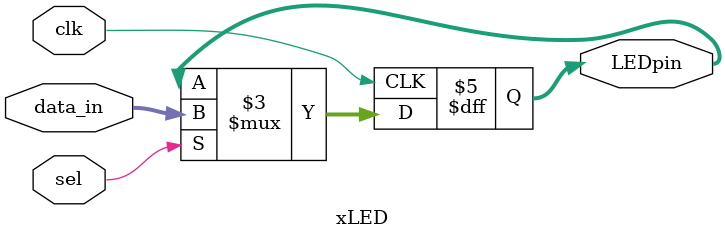
<source format=v>
`timescale 1ns / 1ps
`include "xdefs.vh"

module xLED (
		input 	    clk,
		input 	    sel,
		input [7:0] data_in,
        output reg [7:0]     LEDpin
		);

 always @(posedge clk)
   if(sel)
    // $write("%c", data_in);
    LEDpin=data_in;
endmodule

</source>
